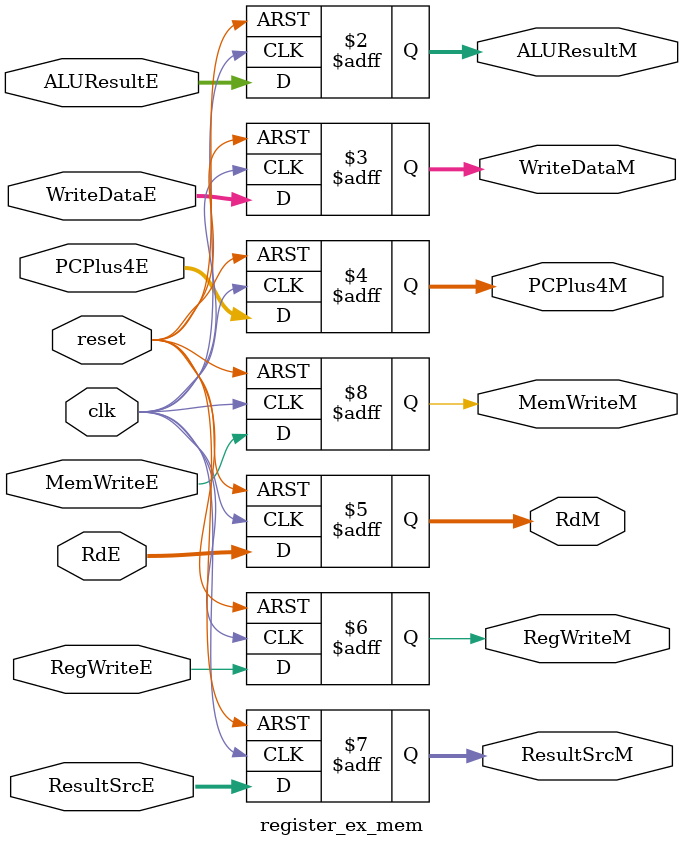
<source format=sv>
module register_ex_mem (
    input  logic        clk,
    input  logic        reset,

    // Datos desde EX
    input  logic [31:0] ALUResultE,
    input  logic [31:0] WriteDataE,
    input  logic [31:0] PCPlus4E,
    input  logic [4:0]  RdE,

    // Señales de control desde EX
    input  logic        RegWriteE,
    input  logic [1:0]  ResultSrcE,
    input  logic        MemWriteE,

    // Salidas hacia MEM
    output logic [31:0] ALUResultM,
    output logic [31:0] WriteDataM,
    output logic [31:0] PCPlus4M,
    output logic [4:0]  RdM,

    output logic        RegWriteM,
    output logic [1:0]  ResultSrcM,
    output logic        MemWriteM
);

    always_ff @(posedge clk or posedge reset) begin
        if (reset) begin
            ALUResultM  <= 32'b0;
            WriteDataM  <= 32'b0;
            PCPlus4M    <= 32'b0;
            RdM         <= 5'b0;

            RegWriteM   <= 1'b0;
            ResultSrcM  <= 2'b00;
            MemWriteM   <= 1'b0;
        end else begin
            ALUResultM  <= ALUResultE;
            WriteDataM  <= WriteDataE;
            PCPlus4M    <= PCPlus4E;
            RdM         <= RdE;

            RegWriteM   <= RegWriteE;
            ResultSrcM  <= ResultSrcE;
            MemWriteM   <= MemWriteE;
        end
    end

endmodule


</source>
